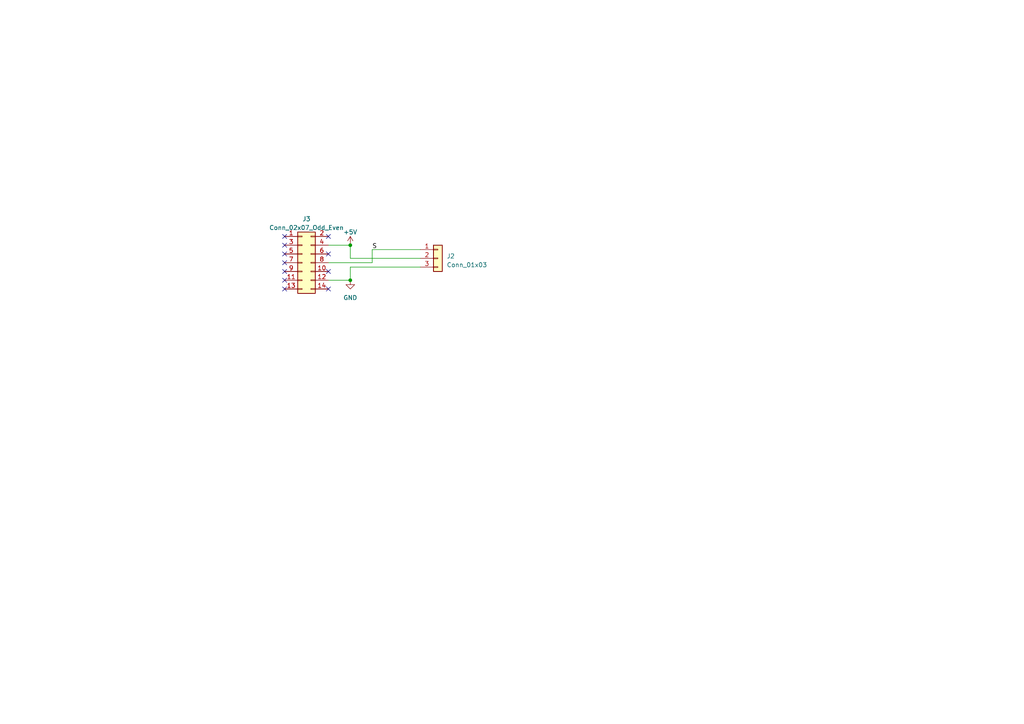
<source format=kicad_sch>
(kicad_sch (version 20230121) (generator eeschema)
  (paper "A4")
  (lib_symbols
    (symbol "Connector_Generic:Conn_01x03" (pin_names (offset 1.016) hide)
      (property "Reference" "J" (at 0 5.08 0))
      (property "Value" "Conn_01x03" (at 0 -5.08 0))
      (symbol "Conn_01x03_1_1"
        (rectangle (start -1.27 -2.413) (end 0 -2.667) (stroke (width 0.1524)))
        (rectangle (start -1.27 0.127) (end 0 -0.127) (stroke (width 0.1524)))
        (rectangle (start -1.27 2.667) (end 0 2.413) (stroke (width 0.1524)))
        (rectangle (start -1.27 3.81) (end 1.27 -3.81) (stroke (width 0.254)) (fill (type background)))
        (pin passive line (at -5.08 2.54 0) (length 3.81) (name "Pin_1") (number "1"))
        (pin passive line (at -5.08 0 0) (length 3.81) (name "Pin_2") (number "2"))
        (pin passive line (at -5.08 -2.54 0) (length 3.81) (name "Pin_3") (number "3"))
      )
    )
    (symbol "Connector_Generic:Conn_02x07_Odd_Even" (pin_names (offset 1.016) hide)
      (property "Reference" "J" (at 1.27 10.16 0))
      (property "Value" "Conn_02x07_Odd_Even" (at 1.27 -10.16 0))
      (symbol "Conn_02x07_Odd_Even_1_1"
        (rectangle (start -1.27 -7.493) (end 0 -7.747) (stroke (width 0.1524)))
        (rectangle (start -1.27 -4.953) (end 0 -5.207) (stroke (width 0.1524)))
        (rectangle (start -1.27 -2.413) (end 0 -2.667) (stroke (width 0.1524)))
        (rectangle (start -1.27 0.127) (end 0 -0.127) (stroke (width 0.1524)))
        (rectangle (start -1.27 2.667) (end 0 2.413) (stroke (width 0.1524)))
        (rectangle (start -1.27 5.207) (end 0 4.953) (stroke (width 0.1524)))
        (rectangle (start -1.27 7.747) (end 0 7.493) (stroke (width 0.1524)))
        (rectangle (start -1.27 8.89) (end 3.81 -8.89) (stroke (width 0.254)) (fill (type background)))
        (rectangle (start 3.81 -7.493) (end 2.54 -7.747) (stroke (width 0.1524)))
        (rectangle (start 3.81 -4.953) (end 2.54 -5.207) (stroke (width 0.1524)))
        (rectangle (start 3.81 -2.413) (end 2.54 -2.667) (stroke (width 0.1524)))
        (rectangle (start 3.81 0.127) (end 2.54 -0.127) (stroke (width 0.1524)))
        (rectangle (start 3.81 2.667) (end 2.54 2.413) (stroke (width 0.1524)))
        (rectangle (start 3.81 5.207) (end 2.54 4.953) (stroke (width 0.1524)))
        (rectangle (start 3.81 7.747) (end 2.54 7.493) (stroke (width 0.1524)))
        (pin passive line (at -5.08 7.62 0) (length 3.81) (name "Pin_1") (number "1"))
        (pin passive line (at 7.62 -2.54 180) (length 3.81) (name "Pin_10") (number "10"))
        (pin passive line (at -5.08 -5.08 0) (length 3.81) (name "Pin_11") (number "11"))
        (pin passive line (at 7.62 -5.08 180) (length 3.81) (name "Pin_12") (number "12"))
        (pin passive line (at -5.08 -7.62 0) (length 3.81) (name "Pin_13") (number "13"))
        (pin passive line (at 7.62 -7.62 180) (length 3.81) (name "Pin_14") (number "14"))
        (pin passive line (at 7.62 7.62 180) (length 3.81) (name "Pin_2") (number "2"))
        (pin passive line (at -5.08 5.08 0) (length 3.81) (name "Pin_3") (number "3"))
        (pin passive line (at 7.62 5.08 180) (length 3.81) (name "Pin_4") (number "4"))
        (pin passive line (at -5.08 2.54 0) (length 3.81) (name "Pin_5") (number "5"))
        (pin passive line (at 7.62 2.54 180) (length 3.81) (name "Pin_6") (number "6"))
        (pin passive line (at -5.08 0 0) (length 3.81) (name "Pin_7") (number "7"))
        (pin passive line (at 7.62 0 180) (length 3.81) (name "Pin_8") (number "8"))
        (pin passive line (at -5.08 -2.54 0) (length 3.81) (name "Pin_9") (number "9"))
      )
    )
    (symbol "power:+5V" (power) (pin_names (offset 0))
      (property "Value" "+5V" (at 0 3.556 0))
      (symbol "+5V_0_1"
        (polyline (pts (xy -0.762 1.27) (xy 0 2.54)))
        (polyline (pts (xy 0 0) (xy 0 2.54)))
        (polyline (pts (xy 0 2.54) (xy 0.762 1.27)))
      )
      (symbol "+5V_1_1"
        (pin power_in line (at 0 0 90) (length 0) hide (name "+5V") (number "1"))
      )
    )
    (symbol "power:GND" (power) (pin_names (offset 0))
      (property "Value" "GND" (at 0 -3.81 0))
      (symbol "GND_0_1"
        (polyline (pts (xy 0 0) (xy 0 -1.27) (xy 1.27 -1.27) (xy 0 -2.54) (xy -1.27 -1.27) (xy 0 -1.27)))
      )
      (symbol "GND_1_1"
        (pin power_in line (at 0 0 270) (length 0) hide (name "GND") (number "1"))
      )
    )
  )
  (junction (at 101.6 71.12))
  (junction (at 101.6 81.28))
  (no_connect (at 82.55 71.12))
  (no_connect (at 82.55 83.82))
  (no_connect (at 95.25 78.74))
  (no_connect (at 82.55 81.28))
  (no_connect (at 95.25 68.58))
  (no_connect (at 95.25 83.82))
  (no_connect (at 82.55 78.74))
  (no_connect (at 82.55 68.58))
  (no_connect (at 95.25 73.66))
  (no_connect (at 82.55 73.66))
  (no_connect (at 82.55 76.2))
  (wire (pts (xy 101.6 81.28) (xy 101.6 77.47)))
  (wire (pts (xy 95.25 76.2) (xy 107.95 76.2)))
  (wire (pts (xy 95.25 71.12) (xy 101.6 71.12)))
  (wire (pts (xy 101.6 71.12) (xy 101.6 74.93)))
  (wire (pts (xy 101.6 74.93) (xy 121.92 74.93)))
  (wire (pts (xy 107.95 76.2) (xy 107.95 72.39)))
  (wire (pts (xy 95.25 81.28) (xy 101.6 81.28)))
  (wire (pts (xy 101.6 77.47) (xy 121.92 77.47)))
  (wire (pts (xy 107.95 72.39) (xy 121.92 72.39)))
  (label "S" (at 107.95 72.39 0))
  (symbol (lib_id "Connector_Generic:Conn_01x03") (at 127 74.93 0) (unit 1)
    (property "Reference" "J2" (at 129.54 74.295 0) (effects (justify left)))
    (property "Value" "Conn_01x03" (at 129.54 76.835 0) (effects (justify left)))
    (property "Footprint" "Connector_PinHeader_2.54mm:PinHeader_1x03_P2.54mm_Horizontal" (effects hide))
  )
  (symbol (lib_id "power:GND") (at 101.6 81.28 0) (unit 1)
    (property "Reference" "#PWR02" (effects hide))
    (property "Value" "GND" (at 101.6 86.36 0))
  )
  (symbol (lib_id "Connector_Generic:Conn_02x07_Odd_Even") (at 87.63 76.2 0) (unit 1)
    (property "Reference" "J3" (at 88.9 63.5 0))
    (property "Value" "Conn_02x07_Odd_Even" (at 88.9 66.04 0))
    (property "Footprint" "Connector_PinSocket_1.27mm:PinSocket_2x07_P1.27mm_Vertical_SMD" (effects hide))
  )
  (symbol (lib_id "power:+5V") (at 101.6 71.12 0) (unit 1)
    (property "Reference" "#PWR01" (effects hide))
    (property "Value" "+5V" (at 101.6 67.31 0))
  )
)
</source>
